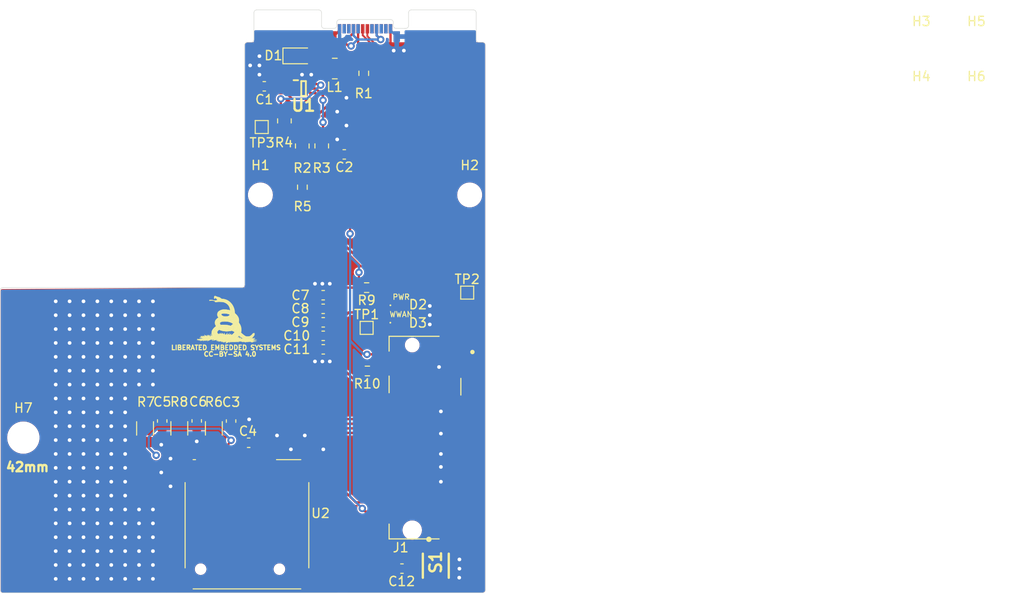
<source format=kicad_pcb>
(kicad_pcb (version 20221018) (generator pcbnew)

  (general
    (thickness 1.6)
  )

  (paper "A4")
  (title_block
    (title "Expansion Card Template")
    (rev "X1")
    (company "Framework")
    (comment 1 "This work is licensed under a Creative Commons Attribution 4.0 International License")
    (comment 4 "https://frame.work")
  )

  (layers
    (0 "F.Cu" signal)
    (31 "B.Cu" signal)
    (32 "B.Adhes" user "B.Adhesive")
    (33 "F.Adhes" user "F.Adhesive")
    (34 "B.Paste" user)
    (35 "F.Paste" user)
    (36 "B.SilkS" user "B.Silkscreen")
    (37 "F.SilkS" user "F.Silkscreen")
    (38 "B.Mask" user)
    (39 "F.Mask" user)
    (40 "Dwgs.User" user "User.Drawings")
    (41 "Cmts.User" user "User.Comments")
    (42 "Eco1.User" user "User.Eco1")
    (43 "Eco2.User" user "User.Eco2")
    (44 "Edge.Cuts" user)
    (45 "Margin" user)
    (46 "B.CrtYd" user "B.Courtyard")
    (47 "F.CrtYd" user "F.Courtyard")
    (48 "B.Fab" user)
    (49 "F.Fab" user)
  )

  (setup
    (stackup
      (layer "F.SilkS" (type "Top Silk Screen"))
      (layer "F.Paste" (type "Top Solder Paste"))
      (layer "F.Mask" (type "Top Solder Mask") (thickness 0.01))
      (layer "F.Cu" (type "copper") (thickness 0.035))
      (layer "dielectric 1" (type "core") (thickness 1.51) (material "FR4") (epsilon_r 4.5) (loss_tangent 0.02))
      (layer "B.Cu" (type "copper") (thickness 0.035))
      (layer "B.Mask" (type "Bottom Solder Mask") (thickness 0.01))
      (layer "B.Paste" (type "Bottom Solder Paste"))
      (layer "B.SilkS" (type "Bottom Silk Screen"))
      (copper_finish "None")
      (dielectric_constraints no)
    )
    (pad_to_mask_clearance 0)
    (aux_axis_origin 100.5 190)
    (grid_origin 100.5 190)
    (pcbplotparams
      (layerselection 0x0001000_7ffffffe)
      (plot_on_all_layers_selection 0x0000000_00000000)
      (disableapertmacros false)
      (usegerberextensions false)
      (usegerberattributes true)
      (usegerberadvancedattributes true)
      (creategerberjobfile true)
      (dashed_line_dash_ratio 12.000000)
      (dashed_line_gap_ratio 3.000000)
      (svgprecision 4)
      (plotframeref false)
      (viasonmask false)
      (mode 1)
      (useauxorigin false)
      (hpglpennumber 1)
      (hpglpenspeed 20)
      (hpglpendiameter 15.000000)
      (dxfpolygonmode true)
      (dxfimperialunits true)
      (dxfusepcbnewfont true)
      (psnegative false)
      (psa4output false)
      (plotreference true)
      (plotvalue true)
      (plotinvisibletext false)
      (sketchpadsonfab false)
      (subtractmaskfromsilk false)
      (outputformat 3)
      (mirror false)
      (drillshape 0)
      (scaleselection 1)
      (outputdirectory "")
    )
  )

  (net 0 "")
  (net 1 "GND")
  (net 2 "+3.3V")
  (net 3 "VBUS")
  (net 4 "/UIM-RESET")
  (net 5 "/UIM-CLK")
  (net 6 "/UIM-DATA")
  (net 7 "/UIM-PWR")
  (net 8 "/RESET")
  (net 9 "Net-(D1-A)")
  (net 10 "Net-(D2-A)")
  (net 11 "/WWAN_ACTIVITY")
  (net 12 "Net-(D3-A)")
  (net 13 "unconnected-(J1-CONFIG_3-Pad1)")
  (net 14 "Net-(J1-~{FULL_CARD_POWER_OFF})")
  (net 15 "/USB_D+")
  (net 16 "unconnected-(J1-~{W_DISABLE1}-Pad8)")
  (net 17 "/USB_D-")
  (net 18 "unconnected-(J1-GPIO_5-Pad20)")
  (net 19 "unconnected-(J1-CONFIG_0-Pad21)")
  (net 20 "unconnected-(J1-GPIO_6-Pad22)")
  (net 21 "Net-(J1-GPIO_11)")
  (net 22 "unconnected-(J1-GPIO_7-Pad24)")
  (net 23 "unconnected-(J1-DPR-Pad25)")
  (net 24 "unconnected-(J1-GPIO_10-Pad26)")
  (net 25 "unconnected-(J1-GPIO_8-Pad28)")
  (net 26 "unconnected-(J1-PERn1{slash}USB3.0-Rx-{slash}SSIC-RxN-Pad29)")
  (net 27 "unconnected-(J1-PERp1{slash}USB3.0-Rx+{slash}SSIC-RxP-Pad31)")
  (net 28 "unconnected-(J1-PETn1{slash}USB3.0-Tx-{slash}SSIC-TxN-Pad35)")
  (net 29 "unconnected-(J1-PETp1{slash}USB3.0-Tx+{slash}SSIC-TxP-Pad37)")
  (net 30 "unconnected-(J1-DEVSLP-Pad38)")
  (net 31 "unconnected-(J1-GPIO_0-Pad40)")
  (net 32 "unconnected-(J1-PERn0{slash}SATA-B+-Pad41)")
  (net 33 "unconnected-(J1-GPIO_1-Pad42)")
  (net 34 "unconnected-(J1-PERp0{slash}SATA-B--Pad43)")
  (net 35 "unconnected-(J1-GPIO_2-Pad44)")
  (net 36 "unconnected-(J1-GPIO_3-Pad46)")
  (net 37 "unconnected-(J1-PETn0{slash}SATA-A--Pad47)")
  (net 38 "unconnected-(J1-GPIO_4-Pad48)")
  (net 39 "unconnected-(J1-PETp0{slash}SATA-A+-Pad49)")
  (net 40 "unconnected-(J1-~{PERST}-Pad50)")
  (net 41 "unconnected-(J1-~{CLKREQ}-Pad52)")
  (net 42 "unconnected-(J1-REFCLKn-Pad53)")
  (net 43 "unconnected-(J1-~{PEWAKE}-Pad54)")
  (net 44 "unconnected-(J1-REFCLKp-Pad55)")
  (net 45 "unconnected-(J1-NC-Pad56)")
  (net 46 "unconnected-(J1-NC-Pad58)")
  (net 47 "unconnected-(J1-ANTCTL0-Pad59)")
  (net 48 "unconnected-(J1-COEX3-Pad60)")
  (net 49 "unconnected-(J1-ANTCTL1-Pad61)")
  (net 50 "unconnected-(J1-COEX2-Pad62)")
  (net 51 "unconnected-(J1-ANTCTL2-Pad63)")
  (net 52 "unconnected-(J1-COEX1-Pad64)")
  (net 53 "unconnected-(J1-ANTCTL3-Pad65)")
  (net 54 "/SIM_DETECT")
  (net 55 "unconnected-(J1-SUSCLK-Pad68)")
  (net 56 "unconnected-(J1-CONFIG_1-Pad69)")
  (net 57 "unconnected-(J1-CONFIG_2-Pad75)")
  (net 58 "Net-(U1-SW)")
  (net 59 "Net-(P1-CC)")
  (net 60 "unconnected-(P1-VCONN-PadB5)")
  (net 61 "Net-(U1-FB)")
  (net 62 "Net-(U1-PG)")
  (net 63 "Net-(U2-I{slash}O)")
  (net 64 "Net-(U2-RST)")
  (net 65 "Net-(U2-CLK)")
  (net 66 "unconnected-(S1-Pad2)")
  (net 67 "unconnected-(S1-Pad4)")
  (net 68 "unconnected-(U2-VPP-PadC6)")

  (footprint "Capacitor_SMD:C_0603_1608Metric" (layer "F.Cu") (at 143.895 187.39))

  (footprint "Diode_SMD:D_SOD-323" (layer "F.Cu") (at 132.65 131.97))

  (footprint "Connector_USB:USB_C_Plug_Molex_105444" (layer "F.Cu") (at 139.918 129))

  (footprint "TPS:SOTFL50P160X60-6N" (layer "F.Cu") (at 133.268 135.5))

  (footprint "MountingHole:MountingHole_2.2mm_M2" (layer "F.Cu") (at 128.608 147))

  (footprint "Resistor_SMD:R_0805_2012Metric" (layer "F.Cu") (at 135.23 141.7025 -90))

  (footprint "MountingHole:MountingHole_2.2mm_M2" (layer "F.Cu") (at 151.208 147))

  (footprint "Resistor_SMD:R_1206_3216Metric" (layer "F.Cu") (at 119.85 172.23 90))

  (footprint "Capacitor_SMD:C_0603_1608Metric" (layer "F.Cu") (at 121.73 171.425 90))

  (footprint "TestPoint:TestPoint_Pad_1.0x1.0mm" (layer "F.Cu") (at 140.08 161.37))

  (footprint "MountingHole:MountingHole_2.2mm_M2" (layer "F.Cu") (at 205.935 137.39))

  (footprint "NGFF:TE_2199119-3" (layer "F.Cu") (at 145.005 173.23 -90))

  (footprint "Capacitor_SMD:C_0603_1608Metric" (layer "F.Cu") (at 127.34 173.79 180))

  (footprint "Diode_SMD:D_0402_1005Metric" (layer "F.Cu") (at 143.73 160.81))

  (footprint "TestPoint:TestPoint_Pad_1.0x1.0mm" (layer "F.Cu") (at 150.94 157.56))

  (footprint "Capacitor_SMD:C_0603_1608Metric" (layer "F.Cu") (at 125.44 171.44 90))

  (footprint "NSCCP-D-06-G-SMT-SW-T:NSCCP-D-06-G-SMT-SW-T&slash_R" (layer "F.Cu") (at 127.1548 182.5986))

  (footprint "Resistor_SMD:R_1206_3216Metric" (layer "F.Cu") (at 123.58 172.2325 90))

  (footprint "Capacitor_SMD:C_0603_1608Metric" (layer "F.Cu") (at 135.39 162.23 180))

  (footprint "Capacitor_SMD:C_0603_1608Metric" (layer "F.Cu") (at 135.39 160.77 180))

  (footprint "Capacitor_SMD:C_0603_1608Metric" (layer "F.Cu") (at 129.025 135.26 180))

  (footprint "Resistor_SMD:R_0603_1608Metric" (layer "F.Cu") (at 140.08 157.02))

  (footprint "Resistor_SMD:R_1206_3216Metric" (layer "F.Cu") (at 116.15 172.2375 90))

  (footprint "Capacitor_SMD:C_0603_1608Metric" (layer "F.Cu") (at 135.385 157.84 180))

  (footprint "Resistor_SMD:R_0805_2012Metric" (layer "F.Cu") (at 131.2 138.9975 -90))

  (footprint "Capacitor_SMD:C_0603_1608Metric" (layer "F.Cu") (at 118 171.435 -90))

  (footprint "MountingHole:MountingHole_2.2mm_M2" (layer "F.Cu") (at 199.985 137.39))

  (footprint "Resistor_SMD:R_0603_1608Metric" (layer "F.Cu") (at 140.16 166.03))

  (footprint "TestPoint:TestPoint_Pad_1.0x1.0mm" (layer "F.Cu") (at 128.75 139.66))

  (footprint "Inductor_SMD:L_1008_2520Metric" (layer "F.Cu") (at 136.64 133.34))

  (footprint "Resistor_SMD:R_0603_1608Metric" (layer "F.Cu") (at 139.77 133.855 -90))

  (footprint "MountingHole:MountingHole_2.2mm_M2" (layer "F.Cu") (at 199.985 131.44))

  (footprint "Capacitor_SMD:C_0603_1608Metric" (layer "F.Cu") (at 135.395 163.69 180))

  (footprint "MountingHole:MountingHole_2.2mm_M2" (layer "F.Cu") (at 205.935 131.44))

  (footprint "Capacitor_SMD:C_0603_1608Metric" (layer "F.Cu") (at 137.665 142.62 180))

  (footprint "Resistor_SMD:R_0805_2012Metric" (layer "F.Cu") (at 133.13 141.71 -90))

  (footprint "Diode_SMD:D_0402_1005Metric" (layer "F.Cu") (at 143.7375 158.93))

  (footprint "Capacitor_SMD:C_0603_1608Metric" (layer "F.Cu") (at 135.385 159.31 180))

  (footprint "KMR:KMR2_1" (layer "F.Cu") (at 147.55 187.0775 -90))

  (footprint "MountingHole:MountingHole_2.2mm_M2" (layer "F.Cu") (at 103.005 173.23))

  (footprint "Resistor_SMD:R_0603_1608Metric" (layer "F.Cu") (at 133.14 146.165 -90))

  (gr_poly
    (pts
      (xy 125.335582 160.654571)
      (xy 125.337056 160.654777)
      (xy 125.33867 160.655129)
      (xy 125.34042 160.655628)
      (xy 125.3423 160.656273)
      (xy 125.344306 160.657063)
      (xy 125.346433 160.657999)
      (xy 125.348675 160.659079)
      (xy 125.351028 160.660303)
      (xy 125.353486 160.661671)
      (xy 125.356044 160.663182)
      (xy 125.358698 160.664836)
      (xy 125.361443 160.666633)
      (xy 125.364273 160.668572)
      (xy 125.367183 160.670652)
      (xy 125.370169 160.672874)
      (xy 125.373841 160.675681)
      (xy 125.377042 160.678208)
      (xy 125.379775 160.680469)
      (xy 125.382043 160.682478)
      (xy 125.383003 160.683393)
      (xy 125.383849 160.684249)
      (xy 125.384579 160.68505)
      (xy 125.385196 160.685796)
      (xy 125.385699 160.68649)
      (xy 125.386088 160.687134)
      (xy 125.386364 160.687728)
      (xy 125.386528 160.688275)
      (xy 125.386579 160.688776)
      (xy 125.386519 160.689234)
      (xy 125.386347 160.68965)
      (xy 125.386064 160.690025)
      (xy 125.385671 160.690362)
      (xy 125.385167 160.690663)
      (xy 125.384554 160.690928)
      (xy 125.383831 160.69116)
      (xy 125.382999 160.691361)
      (xy 125.382059 160.691531)
      (xy 125.38101 160.691674)
      (xy 125.379854 160.691791)
      (xy 125.377219 160.691953)
      (xy 125.374158 160.69203)
      (xy 125.37196 160.691979)
      (xy 125.369661 160.691733)
      (xy 125.367279 160.691302)
      (xy 125.364834 160.690696)
      (xy 125.362345 160.689924)
      (xy 125.35983 160.688996)
      (xy 125.357309 160.687922)
      (xy 125.354799 160.686712)
      (xy 125.352322 160.685376)
      (xy 125.349895 160.683922)
      (xy 125.347537 160.682362)
      (xy 125.345267 160.680705)
      (xy 125.343105 160.67896)
      (xy 125.341069 160.677137)
      (xy 125.339178 160.675246)
      (xy 125.337452 160.673298)
      (xy 125.336527 160.672164)
      (xy 125.335663 160.671064)
      (xy 125.334859 160.67)
      (xy 125.334114 160.668969)
      (xy 125.333427 160.667974)
      (xy 125.332798 160.667013)
      (xy 125.332226 160.666087)
      (xy 125.331711 160.665196)
      (xy 125.33125 160.664341)
      (xy 125.330845 160.66352)
      (xy 125.330493 160.662735)
      (xy 125.330195 160.661984)
      (xy 125.329949 160.66127)
      (xy 125.329755 160.660591)
      (xy 125.329611 160.659947)
      (xy 125.329518 160.659339)
      (xy 125.329475 160.658767)
      (xy 125.32948 160.658231)
      (xy 125.329533 160.657731)
      (xy 125.329634 160.657266)
      (xy 125.329781 160.656838)
      (xy 125.329871 160.656638)
      (xy 125.329974 160.656446)
      (xy 125.330087 160.656264)
      (xy 125.330211 160.656091)
      (xy 125.330347 160.655926)
      (xy 125.330493 160.655771)
      (xy 125.330819 160.655489)
      (xy 125.331187 160.655242)
      (xy 125.331598 160.655033)
      (xy 125.332049 160.65486)
      (xy 125.332542 160.654724)
      (xy 125.333074 160.654625)
      (xy 125.333645 160.654563)
      (xy 125.334254 160.654539)
      (xy 125.334254 160.654512)
    )

    (stroke (width 0.01277) (type solid)) (fill solid) (layer "F.SilkS") (tstamp 00282951-98f4-4854-8e1e-20fd5ca33433))
  (gr_poly
    (pts
      (xy 125.562531 159.59445)
      (xy 125.562913 159.594469)
      (xy 125.56329 159.594501)
      (xy 125.563662 159.594545)
      (xy 125.564029 159.594601)
      (xy 125.564391 159.594669)
      (xy 125.564747 159.594749)
      (xy 125.565099 159.59484)
      (xy 125.565445 159.594943)
      (xy 125.565786 159.595057)
      (xy 125.566121 159.595182)
      (xy 125.566451 159.595318)
      (xy 125.566774 159.595464)
      (xy 125.567093 159.595621)
      (xy 125.567405 159.595789)
      (xy 125.567711 159.595966)
      (xy 125.568011 159.596153)
      (xy 125.568305 159.59635)
      (xy 125.568593 159.596557)
      (xy 125.568874 159.596773)
      (xy 125.569418 159.597233)
      (xy 125.569935 159.597728)
      (xy 125.570424 159.598256)
      (xy 125.570886 159.598817)
      (xy 125.571319 159.599409)
      (xy 125.571723 159.600031)
      (xy 125.5721 159.600678)
      (xy 125.572455 159.60135)
      (xy 125.572787 159.602044)
      (xy 125.573096 159.60276)
      (xy 125.573381 159.603498)
      (xy 125.573644 159.604257)
      (xy 125.573882 159.605035)
      (xy 125.574096 159.605832)
      (xy 125.574286 159.606648)
      (xy 125.574452 159.60748)
      (xy 125.574592 159.60833)
      (xy 125.574708 159.609196)
      (xy 125.574798 159.610076)
      (xy 125.574863 159.610971)
      (xy 125.574902 159.61188)
      (xy 125.574915 159.612801)
      (xy 125.574902 159.613735)
      (xy 125.574863 159.614681)
      (xy 125.574798 159.615637)
      (xy 125.574708 159.616601)
      (xy 125.574592 159.617569)
      (xy 125.574452 159.618542)
      (xy 125.574286 159.619515)
      (xy 125.574096 159.620487)
      (xy 125.573882 159.621456)
      (xy 125.573644 159.622419)
      (xy 125.573381 159.623375)
      (xy 125.573096 159.624322)
      (xy 125.572787 159.625256)
      (xy 125.572455 159.626176)
      (xy 125.5721 159.62708)
      (xy 125.571723 159.627966)
      (xy 125.571319 159.628833)
      (xy 125.570886 159.629682)
      (xy 125.570424 159.630512)
      (xy 125.569935 159.631322)
      (xy 125.569418 159.632111)
      (xy 125.568874 159.632878)
      (xy 125.568305 159.633623)
      (xy 125.567711 159.634343)
      (xy 125.567093 159.635039)
      (xy 125.566451 159.63571)
      (xy 125.565786 159.636353)
      (xy 125.565099 159.63697)
      (xy 125.564391 159.637557)
      (xy 125.563662 159.638116)
      (xy 125.562913 159.638643)
      (xy 125.562145 159.63914)
      (xy 125.561817 159.639334)
      (xy 125.561493 159.639508)
      (xy 125.561172 159.639664)
      (xy 125.560854 159.6398)
      (xy 125.56054 159.639918)
      (xy 125.560229 159.640018)
      (xy 125.559921 159.640099)
      (xy 125.559617 159.640163)
      (xy 125.559316 159.640208)
      (xy 125.559019 159.640236)
      (xy 125.558725 159.640246)
      (xy 125.558434 159.640239)
      (xy 125.558147 159.640214)
      (xy 125.557863 159.640173)
      (xy 125.557583 159.640115)
      (xy 125.557306 159.64004)
      (xy 125.557033 159.639949)
      (xy 125.556763 159.639842)
      (xy 125.556497 159.639719)
      (xy 125.556234 159.63958)
      (xy 125.555975 159.639425)
      (xy 125.55572 159.639255)
      (xy 125.555468 159.63907)
      (xy 125.55522 159.638869)
      (xy 125.554975 159.638654)
      (xy 125.554734 159.638424)
      (xy 125.554497 159.638179)
      (xy 125.554263 159.63792)
      (xy 125.554033 159.637647)
      (xy 125.553807 159.63736)
      (xy 125.553584 159.637059)
      (xy 125.553365 159.636745)
      (xy 125.552939 159.636077)
      (xy 125.552529 159.635356)
      (xy 125.552138 159.634583)
      (xy 125.551765 159.633761)
      (xy 125.551414 159.632889)
      (xy 125.551086 159.63197)
      (xy 125.550781 159.631004)
      (xy 125.550502 159.629992)
      (xy 125.55025 159.628935)
      (xy 125.550027 159.627835)
      (xy 125.549834 159.626693)
      (xy 125.549673 159.625509)
      (xy 125.549545 159.624285)
      (xy 125.549451 159.623022)
      (xy 125.549394 159.621721)
      (xy 125.549375 159.620383)
      (xy 125.549394 159.619037)
      (xy 125.549451 159.61771)
      (xy 125.549545 159.616405)
      (xy 125.549673 159.615122)
      (xy 125.549834 159.613864)
      (xy 125.550027 159.612631)
      (xy 125.55025 159.611425)
      (xy 125.550502 159.610247)
      (xy 125.550781 159.6091)
      (xy 125.551086 159.607983)
      (xy 125.551414 159.6069)
      (xy 125.551765 159.605851)
      (xy 125.552138 159.604838)
      (xy 125.552529 159.603861)
      (xy 125.552939 159.602924)
      (xy 125.553365 159.602026)
      (xy 125.553807 159.60117)
      (xy 125.554263 159.600357)
      (xy 125.554734 159.599589)
      (xy 125.55522 159.598868)
      (xy 125.55572 159.598195)
      (xy 125.556234 159.597572)
      (xy 125.556763 159.597)
      (xy 125.557306 159.596481)
      (xy 125.557863 159.596017)
      (xy 125.558147 159.595806)
      (xy 125.558434 159.59561)
      (xy 125.558725 159.595427)
      (xy 125.559019 159.59526)
      (xy 125.559316 159.595108)
      (xy 125.559617 159.594971)
      (xy 125.559921 159.594849)
      (xy 125.560229 159.594743)
      (xy 125.56054 159.594652)
      (xy 125.560854 159.594578)
      (xy 125.561172 159.594519)
      (xy 125.561493 159.594477)
      (xy 125.561817 159.594452)
      (xy 125.562145 159.594444)
    )

    (stroke (width 0) (type solid)) (fill solid) (layer "F.SilkS") (tstamp 0071a64c-fbfc-4274-8967-ec68a00d3c44))
  (gr_poly
    (pts
      (xy 124.933094 162.115864)
      (xy 124.934828 162.115895)
      (xy 124.9366 162.115947)
      (xy 124.938413 162.116019)
      (xy 124.986294 162.117872)
      (xy 124.952365 162.178531)
      (xy 124.943267 162.194528)
      (xy 124.939296 162.201168)
      (xy 124.935684 162.20693)
      (xy 124.932408 162.211833)
      (xy 124.929446 162.215898)
      (xy 124.926779 162.219144)
      (xy 124.924383 162.221593)
      (xy 124.923281 162.222523)
      (xy 124.922239 162.223262)
      (xy 124.921254 162.223812)
      (xy 124.920324 162.224174)
      (xy 124.919446 162.224351)
      (xy 124.918617 162.224347)
      (xy 124.917835 162.224163)
      (xy 124.917098 162.223802)
      (xy 124.916401 162.223267)
      (xy 124.915743 162.222559)
      (xy 124.915122 162.221682)
      (xy 124.914534 162.220638)
      (xy 124.913447 162.218059)
      (xy 124.912461 162.214842)
      (xy 124.911368 162.210894)
      (xy 124.910306 162.20749)
      (xy 124.909771 162.205994)
      (xy 124.909226 162.204637)
      (xy 124.908664 162.20342)
      (xy 124.908079 162.202343)
      (xy 124.907465 162.201409)
      (xy 124.906815 162.200616)
      (xy 124.906124 162.199968)
      (xy 124.905385 162.199464)
      (xy 124.904591 162.199106)
      (xy 124.903737 162.198894)
      (xy 124.902817 162.198829)
      (xy 124.901823 162.198914)
      (xy 124.900751 162.199147)
      (xy 124.899593 162.199531)
      (xy 124.898344 162.200067)
      (xy 124.896998 162.200754)
      (xy 124.895547 162.201596)
      (xy 124.893987 162.202591)
      (xy 124.89231 162.203742)
      (xy 124.89051 162.205049)
      (xy 124.886519 162.208135)
      (xy 124.881963 162.211858)
      (xy 124.876793 162.216225)
      (xy 124.870959 162.221245)
      (xy 124.868469 162.223254)
      (xy 124.865742 162.225196)
      (xy 124.862806 162.22707)
      (xy 124.859691 162.228877)
      (xy 124.856424 162.230617)
      (xy 124.853035 162.232293)
      (xy 124.849552 162.233903)
      (xy 124.846003 162.235449)
      (xy 124.838823 162.238352)
      (xy 124.831724 162.241005)
      (xy 124.818685 162.245587)
      (xy 124.793945 162.215657)
      (xy 124.790402 162.211304)
      (xy 124.786963 162.206791)
      (xy 124.783645 162.202154)
      (xy 124.780466 162.197428)
      (xy 124.777444 162.192648)
      (xy 124.774596 162.18785)
      (xy 124.771941 162.183068)
      (xy 124.769495 162.178339)
      (xy 124.767278 162.173697)
      (xy 124.765306 162.169178)
      (xy 124.763597 162.164817)
      (xy 124.76217 162.160649)
      (xy 124.761041 162.15671)
      (xy 124.76023 162.153035)
      (xy 124.759753 162.14966)
      (xy 124.759628 162.146619)
      (xy 124.759765 162.14253)
      (xy 124.759987 162.139051)
      (xy 124.760314 162.136193)
      (xy 124.760522 162.135)
      (xy 124.760763 162.133967)
      (xy 124.761039 162.133095)
      (xy 124.761352 162.132385)
      (xy 124.761706 162.131838)
      (xy 124.762101 162.131456)
      (xy 124.762541 162.131241)
      (xy 124.763028 162.131194)
      (xy 124.763563 162.131315)
      (xy 124.76415 162.131607)
      (xy 124.76479 162.132071)
      (xy 124.765486 162.132708)
      (xy 124.766241 162.13352)
      (xy 124.767055 162.134507)
      (xy 124.767933 162.135672)
      (xy 124.768875 162.137016)
      (xy 124.770965 162.140246)
      (xy 124.773342 162.144207)
      (xy 124.776025 162.14891)
      (xy 124.779032 162.154368)
      (xy 124.782382 162.16059)
      (xy 124.804732 162.202492)
      (xy 124.847833 162.158195)
      (xy 124.853422 162.15252)
      (xy 124.85872 162.147338)
      (xy 124.863768 162.142631)
      (xy 124.868606 162.138378)
      (xy 124.873273 162.134561)
      (xy 124.87781 162.131161)
      (xy 124.882258 162.12816)
      (xy 124.886655 162.125536)
      (xy 124.891043 162.123273)
      (xy 124.895461 162.12135)
      (xy 124.899949 162.119748)
      (xy 124.904548 162.118449)
      (xy 124.909297 162.117433)
      (xy 124.914236 162.116681)
      (xy 124.919407 162.116174)
      (xy 124.924847 162.115894)
      (xy 124.924847 162.116019)
      (xy 124.926454 162.115947)
      (xy 124.928078 162.115895)
      (xy 124.929723 162.115864)
      (xy 124.931394 162.115854)
    )

    (stroke (width 0.01277) (type solid)) (fill solid) (layer "F.SilkS") (tstamp 007da063-6df0-49a7-8215-9d77ac372752))
  (gr_poly
    (pts
      (xy 124.381676 159.568472)
      (xy 124.382645 159.568547)
      (xy 124.3836 159.568669)
      (xy 124.384541 159.568838)
      (xy 124.385465 159.569052)
      (xy 124.386372 159.569311)
      (xy 124.387261 159.569612)
      (xy 124.388129 159.569956)
      (xy 124.388977 159.57034)
      (xy 124.389802 159.570764)
      (xy 124.390604 159.571226)
      (xy 124.391382 159.571725)
      (xy 124.392133 159.57226)
      (xy 124.392857 159.572829)
      (xy 124.393553 159.573432)
      (xy 124.394219 159.574067)
      (xy 124.394855 159.574733)
      (xy 124.395458 159.575428)
      (xy 124.396028 159.576152)
      (xy 124.396564 159.576903)
      (xy 124.397063 159.577681)
      (xy 124.397526 159.578483)
      (xy 124.39795 159.579309)
      (xy 124.398335 159.580157)
      (xy 124.39868 159.581026)
      (xy 124.398982 159.581916)
      (xy 124.399241 159.582824)
      (xy 124.399456 159.58375)
      (xy 124.399626 159.584692)
      (xy 124.399748 159.585649)
      (xy 124.399822 159.58662)
      (xy 124.399847 159.587604)
      (xy 124.399822 159.588588)
      (xy 124.399748 159.589559)
      (xy 124.399626 159.590516)
      (xy 124.399456 159.591458)
      (xy 124.399241 159.592384)
      (xy 124.398982 159.593292)
      (xy 124.39868 159.594182)
      (xy 124.398335 159.595051)
      (xy 124.39795 159.595899)
      (xy 124.397526 159.596725)
      (xy 124.397063 159.597527)
      (xy 124.396564 159.598305)
      (xy 124.396028 159.599056)
      (xy 124.395458 159.59978)
      (xy 124.394855 159.600476)
      (xy 124.394219 159.601141)
      (xy 124.393553 159.601776)
      (xy 124.392857 159.602379)
      (xy 124.392133 159.602948)
      (xy 124.391382 159.603483)
      (xy 124.390604 159.603982)
      (xy 124.389802 159.604444)
      (xy 124.388977 159.604868)
      (xy 124.388129 159.605252)
      (xy 124.387261 159.605596)
      (xy 124.386372 159.605898)
      (xy 124.385465 159.606156)
      (xy 124.384541 159.606371)
      (xy 124.3836 159.606539)
      (xy 124.382645 159.606662)
      (xy 124.381676 159.606736)
      (xy 124.380695 159.606761)
      (xy 124.379711 159.606736)
      (xy 124.378739 159.606661)
      (xy 124.377782 159.606539)
      (xy 124.376839 159.606369)
      (xy 124.375914 159.606155)
      (xy 124.375005 159.605895)
      (xy 124.374116 159.605593)
      (xy 124.373247 159.605248)
      (xy 124.372398 159.604863)
      (xy 124.371573 159.604439)
      (xy 124.370771 159.603976)
      (xy 124.369993 159.603476)
      (xy 124.369242 159.602941)
      (xy 124.368519 159.60237)
      (xy 124.367823 159.601767)
      (xy 124.367158 159.601132)
      (xy 124.366523 159.600465)
      (xy 124.365921 159.599769)
      (xy 124.365352 159.599045)
      (xy 124.364817 159.598293)
      (xy 124.364319 159.597516)
      (xy 124.363857 159.596714)
      (xy 124.363434 159.595888)
      (xy 124.363049 159.59504)
      (xy 124.362706 159.594171)
      (xy 124.362405 159.593283)
      (xy 124.362146 159.592375)
      (xy 124.361932 159.591451)
      (xy 124.361763 159.59051)
      (xy 124.361641 159.589555)
      (xy 124.361567 159.588586)
      (xy 124.361542 159.587604)
      (xy 124.361567 159.58662)
      (xy 124.361641 159.585649)
      (xy 124.361764 159.584692)
      (xy 124.361933 159.58375)
      (xy 124.362148 159.582824)
      (xy 124.362407 159.581916)
      (xy 124.36271 159.581026)
      (xy 124.363054 159.580157)
      (xy 124.363439 159.579309)
      (xy 124.363864 159.578483)
      (xy 124.364326 159.577681)
      (xy 124.364826 159.576903)
      (xy 124.365361 159.576152)
      (xy 124.365931 159.575428)
      (xy 124.366535 159.574733)
      (xy 124.36717 159.574067)
      (xy 124.367836 159.573432)
      (xy 124.368532 159.572829)
      (xy 124.369256 159.57226)
      (xy 124.370008 159.571725)
      (xy 124.370785 159.571226)
      (xy 124.371587 159.570764)
      (xy 124.372412 159.57034)
      (xy 124.37326 159.569956)
      (xy 124.374129 159.569612)
      (xy 124.375017 159.569311)
      (xy 124.375924 159.569052)
      (xy 124.376849 159.568838)
      (xy 124.377789 159.568669)
      (xy 124.378744 159.568547)
      (xy 124.379713 159.568472)
      (xy 124.380695 159.568447)
    )

    (stroke (width 0.01277) (type solid)) (fill solid) (layer "F.SilkS") (tstamp 00bdc72a-0e36-41da-8f05-801c951fb7ca))
  (gr_poly
    (pts
      (xy 124.63429 162.595362)
      (xy 124.634669 162.595375)
      (xy 124.635449 162.595422)
      (xy 124.635863 162.595442)
      (xy 124.636303 162.59545)
      (xy 124.6368 162.595459)
      (xy 124.637294 162.595485)
      (xy 124.637785 162.595528)
      (xy 124.638272 162.595587)
      (xy 124.638755 162.595663)
      (xy 124.639234 162.595755)
      (xy 124.640181 162.595987)
      (xy 124.641111 162.59628)
      (xy 124.642022 162.596634)
      (xy 124.642914 162.597045)
      (xy 124.643785 162.597512)
      (xy 124.644635 162.598034)
      (xy 124.645461 162.598607)
      (xy 124.646263 162.599231)
      (xy 124.64704 162.599903)
      (xy 124.647791 162.600621)
      (xy 124.648513 162.601383)
      (xy 124.649207 162.602188)
      (xy 124.649871 162.603033)
      (xy 124.650504 162.603917)
      (xy 124.651104 162.604837)
      (xy 124.651671 162.605794)
      (xy 124.652203 162.606786)
      (xy 124.652699 162.607812)
      (xy 124.653159 162.60887)
      (xy 124.65358 162.60996)
      (xy 124.653962 162.61108)
      (xy 124.654303 162.61223)
      (xy 124.654602 162.613407)
      (xy 124.654859 162.614611)
      (xy 124.655071 162.61584)
      (xy 124.655239 162.617094)
      (xy 124.65536 162.618371)
      (xy 124.655433 162.619671)
      (xy 124.655458 162.620991)
      (xy 124.655434 162.62332)
      (xy 124.655358 162.625539)
      (xy 124.655223 162.627648)
      (xy 124.655132 162.628661)
      (xy 124.655024 162.629647)
      (xy 124.654899 162.630606)
      (xy 124.654755 162.631537)
      (xy 124.654592 162.632441)
      (xy 124.654409 162.633318)
      (xy 124.654205 162.634167)
      (xy 124.65398 162.63499)
      (xy 124.653733 162.635786)
      (xy 124.653463 162.636554)
      (xy 124.653173 162.637296)
      (xy 124.652867 162.638009)
      (xy 124.652545 162.638694)
      (xy 124.652208 162.63935)
      (xy 124.651855 162.639978)
      (xy 124.651488 162.640577)
      (xy 124.651107 162.641147)
      (xy 124.650711 162.641687)
      (xy 124.650302 162.642198)
      (xy 124.649879 162.642679)
      (xy 124.649443 162.643131)
      (xy 124.648994 162.643553)
      (xy 124.648533 162.643944)
      (xy 124.64806 162.644305)
      (xy 124.647574 162.644636)
      (xy 124.647078 162.644936)
      (xy 124.646567 162.645203)
      (xy 124.646041 162.645436)
      (xy 124.645501 162.645636)
      (xy 124.644947 162.645802)
      (xy 124.644379 162.645936)
      (xy 124.6438 162.646037)
      (xy 124.643209 162.646106)
      (xy 124.642607 162.646143)
      (xy 124.641995 162.646149)
      (xy 124.641374 162.646123)
      (xy 124.640745 162.646067)
      (xy 124.640108 162.64598)
      (xy 124.639464 162.645863)
      (xy 124.638815 162.645716)
      (xy 124.63816 162.645539)
      (xy 124.6375 162.645333)
      (xy 124.636833 162.645099)
      (xy 124.636156 162.644836)
      (xy 124.635469 162.644544)
      (xy 124.634773 162.644222)
      (xy 124.634068 162.643869)
      (xy 124.633355 162.643485)
      (xy 124.632635 162.643069)
      (xy 124.631908 162.642619)
      (xy 124.631176 162.642136)
      (xy 124.630437 162.641619)
      (xy 124.629694 162.641067)
      (xy 124.628947 162.640478)
      (xy 124.628196 162.639853)
      (xy 124.627442 162.639191)
      (xy 124.626685 162.638491)
      (xy 124.625927 162.637752)
      (xy 124.62526 162.63706)
      (xy 124.624625 162.636354)
      (xy 124.624023 162.635634)
      (xy 124.623451 162.634901)
      (xy 124.62291 162.634155)
      (xy 124.622399 162.633399)
      (xy 124.621916 162.632631)
      (xy 124.621461 162.631854)
      (xy 124.621034 162.631067)
      (xy 124.620633 162.630273)
      (xy 124.620258 162.629471)
      (xy 124.619908 162.628662)
      (xy 124.619583 162.627848)
      (xy 124.61928 162.627029)
      (xy 124.619001 162.626207)
      (xy 124.618744 162.62538)
      (xy 124.61851 162.624551)
      (xy 124.6183 162.623719)
      (xy 124.618116 162.622885)
      (xy 124.617957 162.622049)
      (xy 124.617822 162.621213)
      (xy 124.617712 162.620378)
      (xy 124.617626 162.619543)
      (xy 124.617565 162.61871)
      (xy 124.617528 162.61788)
      (xy 124.617515 162.617054)
      (xy 124.617527 162.616231)
      (xy 124.617563 162.615414)
      (xy 124.617622 162.614602)
      (xy 124.617706 162.613798)
      (xy 124.617814 162.613)
      (xy 124.617946 162.612211)
      (xy 124.618101 162.611432)
      (xy 124.618282 162.610667)
      (xy 124.618486 162.609916)
      (xy 124.618714 162.609178)
      (xy 124.618965 162.608454)
      (xy 124.619239 162.607744)
      (xy 124.619535 162.607048)
      (xy 124.619853 162.606366)
      (xy 124.620193 162.605698)
      (xy 124.620553 162.605045)
      (xy 124.620934 162.604407)
      (xy 124.621335 162.603783)
      (xy 124.621756 162.603173)
      (xy 124.622197 162.602579)
      (xy 124.622656 162.602)
      (xy 124.623133 162.601436)
      (xy 124.623627 162.600888)
      (xy 124.624136 162.600357)
      (xy 124.62466 162.599846)
      (xy 124.6252 162.599355)
      (xy 124.625756 162.598885)
      (xy 124.62633 162.598437)
      (xy 124.62692 162.598013)
      (xy 124.627529 162.597614)
      (xy 124.628156 162.59724)
      (xy 124.628803 162.596894)
      (xy 124.629468 162.596575)
      (xy 124.630154 162.596287)
      (xy 124.630861 162.596029)
      (xy 124.631589 162.595802)
      (xy 124.632338 162.595609)
      (xy 124.63311 162.595449)
      (xy 124.63311 162.59545)
      (xy 124.633316 162.595417)
      (xy 124.633517 162.595392)
      (xy 124.633714 162.595375)
      (xy 124.633908 162.595365)
      (xy 124.6341 162.595361)
    )

    (stroke (width 0) (type solid)) (fill solid)
... [7822435 chars truncated]
</source>
